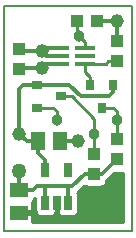
<source format=gtl>
G04 #@! TF.FileFunction,Copper,L1,Top,Signal*
%FSLAX46Y46*%
G04 Gerber Fmt 4.6, Leading zero omitted, Abs format (unit mm)*
G04 Created by KiCad (PCBNEW (2016-05-03 BZR 6266)-product) date Fri Jul 15 05:32:01 2016*
%MOMM*%
%LPD*%
G01*
G04 APERTURE LIST*
%ADD10C,0.350000*%
%ADD11C,0.150000*%
%ADD12R,1.700000X0.350000*%
%ADD13R,0.650000X1.200000*%
%ADD14R,1.500000X1.300000*%
%ADD15R,1.300000X1.500000*%
%ADD16R,1.000000X1.100000*%
%ADD17R,0.900000X0.800000*%
%ADD18R,0.800000X0.900000*%
%ADD19R,1.100000X1.000000*%
%ADD20C,1.270000*%
%ADD21C,0.965200*%
%ADD22C,1.168400*%
%ADD23C,0.304800*%
%ADD24C,0.254000*%
%ADD25C,0.350000*%
G04 APERTURE END LIST*
D10*
D11*
X104140000Y-116205000D02*
X104140000Y-135255000D01*
X114935000Y-116205000D02*
X104140000Y-116205000D01*
X114935000Y-135255000D02*
X114935000Y-116205000D01*
X104140000Y-135255000D02*
X114935000Y-135255000D01*
D12*
X108755000Y-120396000D03*
X110955000Y-120396000D03*
X110955000Y-119746000D03*
X108755000Y-119746000D03*
X108755000Y-121046000D03*
X110955000Y-121046000D03*
D13*
X107635000Y-132845000D03*
X108585000Y-132845000D03*
X109535000Y-132845000D03*
X109535000Y-130045000D03*
X107635000Y-130045000D03*
D14*
X105410000Y-133665000D03*
X105410000Y-131765000D03*
D15*
X108900000Y-127635000D03*
X107000000Y-127635000D03*
D16*
X105410000Y-121500000D03*
X105410000Y-119800000D03*
D17*
X106950000Y-122825000D03*
X106950000Y-124825000D03*
X108950000Y-123825000D03*
D18*
X113395000Y-122825000D03*
X111395000Y-122825000D03*
X112395000Y-124825000D03*
D16*
X111760000Y-130390000D03*
X111760000Y-128690000D03*
X113665000Y-129120000D03*
X113665000Y-127420000D03*
D19*
X111975000Y-117475000D03*
X110275000Y-117475000D03*
D16*
X113665000Y-119165000D03*
X113665000Y-120865000D03*
D20*
X105410000Y-130175010D03*
D21*
X111760000Y-127000020D03*
X113665000Y-125831602D03*
D22*
X113665000Y-130810000D03*
X110421700Y-127635000D03*
X107316232Y-121437435D03*
X105410000Y-126999800D03*
X107315000Y-120015000D03*
X113665000Y-117475000D03*
D21*
X110490000Y-118745000D03*
X108585000Y-125831602D03*
D23*
X111760000Y-130390000D02*
X112395000Y-130390000D01*
X112395000Y-130390000D02*
X113665000Y-129120000D01*
X109535000Y-131445000D02*
X109900200Y-131445000D01*
X109900200Y-131445000D02*
X110955200Y-130390000D01*
X110955200Y-130390000D02*
X111760000Y-130390000D01*
X105410000Y-131765000D02*
X105410000Y-130175010D01*
X109535000Y-131445000D02*
X109220000Y-131445000D01*
X109535000Y-132845000D02*
X109535000Y-131445000D01*
X106886400Y-131445000D02*
X107635000Y-131445000D01*
X107635000Y-131445000D02*
X109220000Y-131445000D01*
X107635000Y-131838600D02*
X107635000Y-131445000D01*
X105410000Y-131765000D02*
X106566400Y-131765000D01*
X106566400Y-131765000D02*
X106886400Y-131445000D01*
X107635000Y-131838600D02*
X107635000Y-132845000D01*
D24*
X108950000Y-123825000D02*
X109855000Y-123825000D01*
X109855000Y-123825000D02*
X111760000Y-125730000D01*
X111760000Y-125730000D02*
X111760000Y-127000020D01*
X111760000Y-127000020D02*
X111760000Y-128690000D01*
X113665000Y-125831602D02*
X113665000Y-127420000D01*
X113665000Y-125095000D02*
X113665000Y-125831602D01*
X112395000Y-124825000D02*
X113395000Y-124825000D01*
X113395000Y-124825000D02*
X113665000Y-125095000D01*
D23*
X107316232Y-121437435D02*
X105410000Y-121437435D01*
X108900000Y-127635000D02*
X110421700Y-127635000D01*
X108755000Y-121046000D02*
X107707667Y-121046000D01*
X107707667Y-121046000D02*
X107316232Y-121437435D01*
X107000000Y-127635000D02*
X107000000Y-128590000D01*
X107635000Y-129225000D02*
X107635000Y-130045000D01*
X107000000Y-128590000D02*
X107635000Y-129225000D01*
X106045200Y-127635000D02*
X107000000Y-127635000D01*
X105410000Y-126999800D02*
X106045200Y-127635000D01*
X105410000Y-123190000D02*
X105410000Y-126999800D01*
X107315000Y-120015000D02*
X105410000Y-120015000D01*
X108755000Y-119746000D02*
X107584000Y-119746000D01*
X107584000Y-119746000D02*
X107315000Y-120015000D01*
X108755000Y-120396000D02*
X107696000Y-120396000D01*
X107696000Y-120396000D02*
X107315000Y-120015000D01*
X111975000Y-117475000D02*
X113665000Y-117475000D01*
X106950000Y-122825000D02*
X109609354Y-122825000D01*
X110609354Y-123825000D02*
X113030000Y-123825000D01*
X109609354Y-122825000D02*
X110609354Y-123825000D01*
X113030000Y-123825000D02*
X113395000Y-123460000D01*
X113395000Y-123460000D02*
X113395000Y-122825000D01*
X113665000Y-117475000D02*
X113665000Y-119165000D01*
X106950000Y-122825000D02*
X105775000Y-122825000D01*
X105775000Y-122825000D02*
X105410000Y-123190000D01*
D24*
X110275000Y-117475000D02*
X110275000Y-118530000D01*
X110275000Y-118530000D02*
X110490000Y-118745000D01*
X110955000Y-119746000D02*
X110955000Y-119210000D01*
X110955000Y-119210000D02*
X110490000Y-118745000D01*
X106950000Y-124825000D02*
X108315000Y-124825000D01*
X108315000Y-124825000D02*
X108585000Y-125095000D01*
X108585000Y-125095000D02*
X108585000Y-125831602D01*
X113665000Y-120865000D02*
X112911000Y-120865000D01*
X112911000Y-120865000D02*
X112730000Y-121046000D01*
X112730000Y-121046000D02*
X112059000Y-121046000D01*
X112059000Y-121046000D02*
X110955000Y-121046000D01*
X111395000Y-122825000D02*
X111395000Y-122190000D01*
X111395000Y-122190000D02*
X110955000Y-121750000D01*
X110955000Y-121750000D02*
X110955000Y-121046000D01*
G36*
X114173000Y-134493000D02*
X106498662Y-134493000D01*
X106541000Y-134390786D01*
X106541000Y-133887250D01*
X106445750Y-133792000D01*
X105537000Y-133792000D01*
X105537000Y-133812000D01*
X105283000Y-133812000D01*
X105283000Y-133792000D01*
X105263000Y-133792000D01*
X105263000Y-133538000D01*
X105283000Y-133538000D01*
X105283000Y-133518000D01*
X105537000Y-133518000D01*
X105537000Y-133538000D01*
X106445750Y-133538000D01*
X106541000Y-133442750D01*
X106541000Y-132939214D01*
X106496676Y-132832205D01*
X106539210Y-132804835D01*
X106661001Y-132626588D01*
X106702064Y-132423815D01*
X106766151Y-132411067D01*
X106766151Y-133445000D01*
X106803344Y-133642666D01*
X106920165Y-133824210D01*
X107098412Y-133946001D01*
X107310000Y-133988849D01*
X107960000Y-133988849D01*
X108157666Y-133951656D01*
X108339210Y-133834835D01*
X108345247Y-133826000D01*
X108362750Y-133826000D01*
X108458000Y-133730750D01*
X108458000Y-133660980D01*
X108461001Y-133656588D01*
X108503849Y-133445000D01*
X108503849Y-132698000D01*
X108666151Y-132698000D01*
X108666151Y-133445000D01*
X108703344Y-133642666D01*
X108712000Y-133656118D01*
X108712000Y-133730750D01*
X108807250Y-133826000D01*
X108822785Y-133826000D01*
X108998412Y-133946001D01*
X109210000Y-133988849D01*
X109860000Y-133988849D01*
X110057666Y-133951656D01*
X110239210Y-133834835D01*
X110361001Y-133656588D01*
X110403849Y-133445000D01*
X110403849Y-132245000D01*
X110366656Y-132047334D01*
X110319382Y-131973868D01*
X110385134Y-131929934D01*
X110944837Y-131370231D01*
X111048412Y-131441001D01*
X111260000Y-131483849D01*
X112260000Y-131483849D01*
X112457666Y-131446656D01*
X112639210Y-131329835D01*
X112761001Y-131151588D01*
X112803849Y-130940000D01*
X112803849Y-130925773D01*
X112879934Y-130874934D01*
X113452868Y-130302000D01*
X114173000Y-130302000D01*
X114173000Y-134493000D01*
X114173000Y-134493000D01*
G37*
X114173000Y-134493000D02*
X106498662Y-134493000D01*
X106541000Y-134390786D01*
X106541000Y-133887250D01*
X106445750Y-133792000D01*
X105537000Y-133792000D01*
X105537000Y-133812000D01*
X105283000Y-133812000D01*
X105283000Y-133792000D01*
X105263000Y-133792000D01*
X105263000Y-133538000D01*
X105283000Y-133538000D01*
X105283000Y-133518000D01*
X105537000Y-133518000D01*
X105537000Y-133538000D01*
X106445750Y-133538000D01*
X106541000Y-133442750D01*
X106541000Y-132939214D01*
X106496676Y-132832205D01*
X106539210Y-132804835D01*
X106661001Y-132626588D01*
X106702064Y-132423815D01*
X106766151Y-132411067D01*
X106766151Y-133445000D01*
X106803344Y-133642666D01*
X106920165Y-133824210D01*
X107098412Y-133946001D01*
X107310000Y-133988849D01*
X107960000Y-133988849D01*
X108157666Y-133951656D01*
X108339210Y-133834835D01*
X108345247Y-133826000D01*
X108362750Y-133826000D01*
X108458000Y-133730750D01*
X108458000Y-133660980D01*
X108461001Y-133656588D01*
X108503849Y-133445000D01*
X108503849Y-132698000D01*
X108666151Y-132698000D01*
X108666151Y-133445000D01*
X108703344Y-133642666D01*
X108712000Y-133656118D01*
X108712000Y-133730750D01*
X108807250Y-133826000D01*
X108822785Y-133826000D01*
X108998412Y-133946001D01*
X109210000Y-133988849D01*
X109860000Y-133988849D01*
X110057666Y-133951656D01*
X110239210Y-133834835D01*
X110361001Y-133656588D01*
X110403849Y-133445000D01*
X110403849Y-132245000D01*
X110366656Y-132047334D01*
X110319382Y-131973868D01*
X110385134Y-131929934D01*
X110944837Y-131370231D01*
X111048412Y-131441001D01*
X111260000Y-131483849D01*
X112260000Y-131483849D01*
X112457666Y-131446656D01*
X112639210Y-131329835D01*
X112761001Y-131151588D01*
X112803849Y-130940000D01*
X112803849Y-130925773D01*
X112879934Y-130874934D01*
X113452868Y-130302000D01*
X114173000Y-130302000D01*
X114173000Y-134493000D01*
D25*
X105410000Y-130175010D03*
X111760000Y-127000020D03*
X113665000Y-125831602D03*
X113665000Y-130810000D03*
X110421700Y-127635000D03*
X107316232Y-121437435D03*
X105410000Y-126999800D03*
X107315000Y-120015000D03*
X113665000Y-117475000D03*
X110490000Y-118745000D03*
X108585000Y-125831602D03*
M02*

</source>
